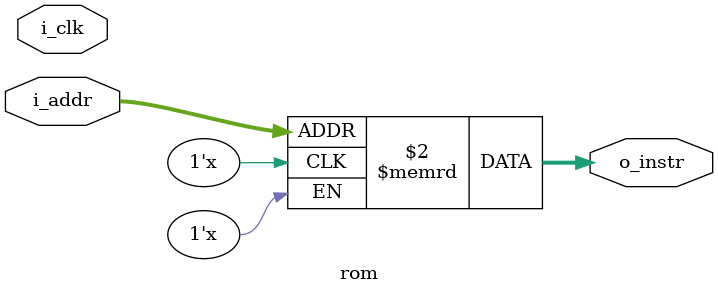
<source format=v>
module rom
(
    input   wire            i_clk       , 
    input   wire    [7:0]   i_addr      , 
    output  reg     [15:0]  o_instr     
);
    
    reg     [15:0]  mem     [0:255]     ;
    reg     [15:0]  tmp                 ;

    always @ (i_addr) begin
        o_instr <= mem[i_addr];
    end

endmodule
</source>
